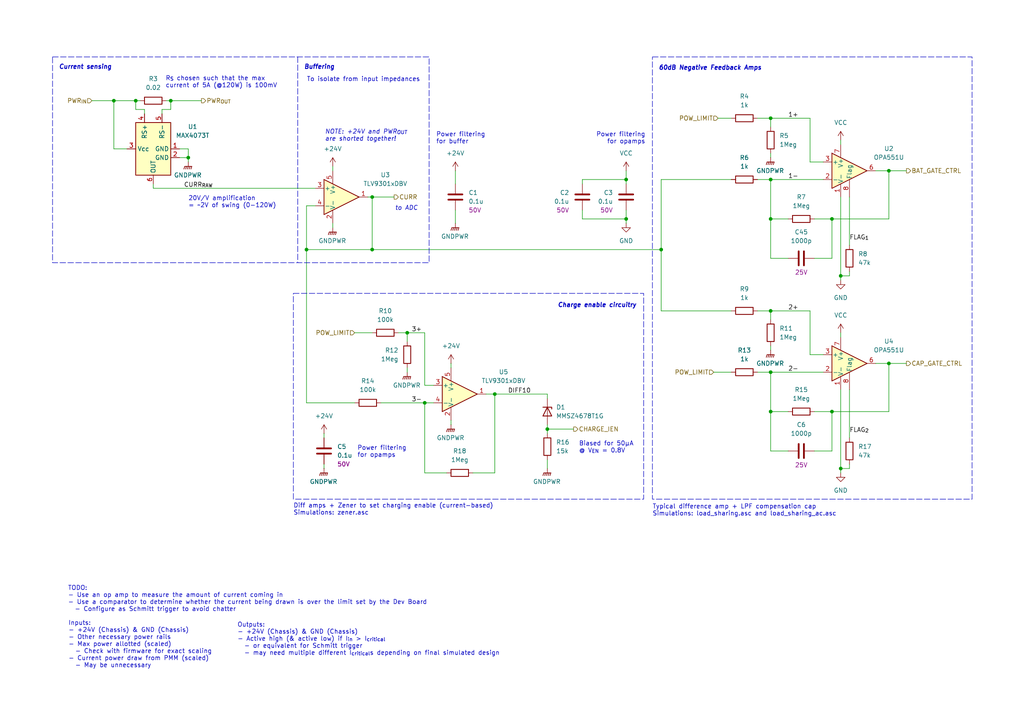
<source format=kicad_sch>
(kicad_sch (version 20250114) (generator "eeschema") (generator_version "9.0")
  (paper "A4")
  (title_block (title "Current Sensing") (date "2025-05-23") (rev "1") (company "UT Robomaster") (comment 1 "Robomaster"))
  (lib_symbols
    (symbol "Amplifier_Current:MAX4080T"
      (property "Reference" "U4" (at -6.4202 -11.43 90))
      (property "Value" "MAX4073T" (at -3.8802 -11.43 90))
      (symbol "MAX4080T_0_1"
        (rectangle (start -7.62 5.08) (end 7.62 -5.08) (stroke (width 0.254)) (fill (type background)))
      )
      (symbol "MAX4080T_1_1"
        (pin input line (at -10.16 2.54 0) (length 2.54) (name "RS+") (number "4"))
        (pin input line (at -10.16 -2.54 0) (length 2.54) (name "RS-") (number "5"))
        (pin power_in line (at 0 7.62 270) (length 2.54) (name "Vcc") (number "3"))
        (pin power_in line (at 0 -7.62 90) (length 2.54) (name "GND") (number "1"))
        (pin power_in line (at 2.54 -7.62 90) (length 2.54) (name "GND") (number "2"))
        (pin output line (at 10.16 0 180) (length 2.54) (name "OUT") (number "6"))
      )
    )
    (symbol "Amplifier_Operational:OPA551U" (pin_names (offset 0.127))
      (property "Reference" "U" (at 5.08 7.62 0))
      (property "Value" "OPA551U" (at 5.08 5.08 0))
      (symbol "OPA551U_1_1"
        (polyline (pts (xy -5.08 5.08) (xy 5.08 0) (xy -5.08 -5.08) (xy -5.08 5.08)) (stroke (width 0.254)) (fill (type background)))
        (pin input line (at -7.62 2.54 0) (length 2.54) (name "+") (number "3"))
        (pin input line (at -7.62 -2.54 0) (length 2.54) (name "-") (number "2"))
        (pin power_in line (at -2.54 7.62 270) (length 3.81) (name "V+") (number "7"))
        (pin power_in line (at -2.54 -7.62 90) (length 3.81) (name "V-") (number "1"))
        (pin passive line (at -2.54 -7.62 90) (length 3.81) (hide yes) (name "V-") (number "4"))
        (pin passive line (at -2.54 -7.62 90) (length 3.81) (hide yes) (name "V-") (number "5"))
        (pin output line (at 0 -7.62 90) (length 5.08) (name "Flag") (number "8"))
        (pin output line (at 7.62 0 180) (length 2.54) (name "~") (number "6"))
      )
    )
    (symbol "Amplifier_Operational:TLV9301xDBV" (pin_names (offset 0.127))
      (property "Reference" "U" (at -1.27 6.35 0))
      (property "Value" "TLV9301xDBV" (at -1.27 3.81 0))
      (symbol "TLV9301xDBV_0_1"
        (polyline (pts (xy -5.08 5.08) (xy 5.08 0) (xy -5.08 -5.08) (xy -5.08 5.08)) (stroke (width 0.254)) (fill (type background)))
        (pin power_in line (at -2.54 7.62 270) (length 3.81) (name "V+") (number "5"))
        (pin power_in line (at -2.54 -7.62 90) (length 3.81) (name "V-") (number "2"))
      )
      (symbol "TLV9301xDBV_1_1"
        (pin input line (at -7.62 2.54 0) (length 2.54) (name "+") (number "3"))
        (pin input line (at -7.62 -2.54 0) (length 2.54) (name "-") (number "4"))
        (pin output line (at 7.62 0 180) (length 2.54) (name "~") (number "1"))
      )
    )
    (symbol "Device:C" (pin_numbers (hide yes)) (pin_names (offset 0.254))
      (property "Reference" "C" (at 0.635 2.54 0))
      (property "Value" "C" (at 0.635 -2.54 0))
      (symbol "C_0_1"
        (polyline (pts (xy -2.032 0.762) (xy 2.032 0.762)) (stroke (width 0.508)))
        (polyline (pts (xy -2.032 -0.762) (xy 2.032 -0.762)) (stroke (width 0.508)))
      )
      (symbol "C_1_1"
        (pin passive line (at 0 3.81 270) (length 2.794) (name "~") (number "1"))
        (pin passive line (at 0 -3.81 90) (length 2.794) (name "~") (number "2"))
      )
    )
    (symbol "Device:D_Zener" (pin_numbers (hide yes)) (pin_names (offset 1.016) (hide yes))
      (property "Reference" "D" (at 0 2.54 0))
      (property "Value" "D_Zener" (at 0 -2.54 0))
      (symbol "D_Zener_0_1"
        (polyline (pts (xy -1.27 -1.27) (xy -1.27 1.27) (xy -0.762 1.27)) (stroke (width 0.254)))
        (polyline (pts (xy 1.27 0) (xy -1.27 0)))
        (polyline (pts (xy 1.27 -1.27) (xy 1.27 1.27) (xy -1.27 0) (xy 1.27 -1.27)) (stroke (width 0.254)))
      )
      (symbol "D_Zener_1_1"
        (pin passive line (at -3.81 0 0) (length 2.54) (name "K") (number "1"))
        (pin passive line (at 3.81 0 180) (length 2.54) (name "A") (number "2"))
      )
    )
    (symbol "Device:R" (pin_numbers (hide yes)) (pin_names (offset 0))
      (property "Reference" "R" (at 2.032 0 90))
      (property "Value" "R" (at 0 0 90))
      (symbol "R_0_1"
        (rectangle (start -1.016 -2.54) (end 1.016 2.54) (stroke (width 0.254)))
      )
      (symbol "R_1_1"
        (pin passive line (at 0 3.81 270) (length 1.27) (name "~") (number "1"))
        (pin passive line (at 0 -3.81 90) (length 1.27) (name "~") (number "2"))
      )
    )
    (symbol "Robomaster_IC:TS3902" (pin_names (offset 0.127))
      (property "Reference" "U" (at 3.81 3.81 0))
      (property "Value" "TS3702" (at 6.35 -3.81 0))
      (symbol "TS3902_1_1"
        (polyline (pts (xy -5.08 5.08) (xy 5.08 0) (xy -5.08 -5.08) (xy -5.08 5.08)) (stroke (width 0.254)) (fill (type background)))
        (polyline (pts (xy 3.302 -0.508) (xy 2.794 -0.508) (xy 3.302 0) (xy 2.794 0.508) (xy 2.286 0) (xy 2.794 -0.508) (xy 2.286 -0.508)) (stroke (width 0.127)))
        (pin input line (at -7.62 2.54 0) (length 2.54) (name "+") (number "3"))
        (pin input line (at -7.62 -2.54 0) (length 2.54) (name "-") (number "2"))
        (pin open_collector line (at 7.62 0 180) (length 2.54) (name "~") (number "1"))
      )
      (symbol "TS3902_2_1"
        (polyline (pts (xy -5.08 5.08) (xy 5.08 0) (xy -5.08 -5.08) (xy -5.08 5.08)) (stroke (width 0.254)) (fill (type background)))
        (polyline (pts (xy 3.302 -0.508) (xy 2.794 -0.508) (xy 3.302 0) (xy 2.794 0.508) (xy 2.286 0) (xy 2.794 -0.508) (xy 2.286 -0.508)) (stroke (width 0.127)))
        (pin input line (at -7.62 2.54 0) (length 2.54) (name "+") (number "5"))
        (pin input line (at -7.62 -2.54 0) (length 2.54) (name "-") (number "6"))
        (pin open_collector line (at 7.62 0 180) (length 2.54) (name "~") (number "7"))
      )
      (symbol "TS3902_3_1"
        (pin power_in line (at -2.54 7.62 270) (length 3.81) (name "V+") (number "8"))
        (pin power_in line (at -2.54 -7.62 90) (length 3.81) (name "V-") (number "4"))
      )
    )
    (symbol "power:+24V" (power) (pin_numbers (hide yes)) (pin_names (offset 0) (hide yes))
      (property "Value" "+24V" (at 0 3.556 0))
      (symbol "+24V_0_1"
        (polyline (pts (xy -0.762 1.27) (xy 0 2.54)))
        (polyline (pts (xy 0 2.54) (xy 0.762 1.27)))
        (polyline (pts (xy 0 0) (xy 0 2.54)))
      )
      (symbol "+24V_1_1"
        (pin power_in line (at 0 0 90) (length 0) (name "~") (number "1"))
      )
    )
    (symbol "power:GND" (power) (pin_numbers (hide yes)) (pin_names (offset 0) (hide yes))
      (property "Value" "GND" (at 0 -3.81 0))
      (symbol "GND_0_1"
        (polyline (pts (xy 0 0) (xy 0 -1.27) (xy 1.27 -1.27) (xy 0 -2.54) (xy -1.27 -1.27) (xy 0 -1.27)))
      )
      (symbol "GND_1_1"
        (pin power_in line (at 0 0 270) (length 0) (name "~") (number "1"))
      )
    )
    (symbol "power:GNDPWR" (power) (pin_numbers (hide yes)) (pin_names (offset 0) (hide yes))
      (property "Value" "GNDPWR" (at 0 -3.302 0))
      (symbol "GNDPWR_0_1"
        (polyline (pts (xy -1.016 -1.27) (xy -1.27 -2.032) (xy -1.27 -2.032)) (stroke (width 0.2032)))
        (polyline (pts (xy -0.508 -1.27) (xy -0.762 -2.032) (xy -0.762 -2.032)) (stroke (width 0.2032)))
        (polyline (pts (xy 0 -1.27) (xy 0 0)))
        (polyline (pts (xy 0 -1.27) (xy -0.254 -2.032) (xy -0.254 -2.032)) (stroke (width 0.2032)))
        (polyline (pts (xy 0.508 -1.27) (xy 0.254 -2.032) (xy 0.254 -2.032)) (stroke (width 0.2032)))
        (polyline (pts (xy 1.016 -1.27) (xy -1.016 -1.27) (xy -1.016 -1.27)) (stroke (width 0.2032)))
        (polyline (pts (xy 1.016 -1.27) (xy 0.762 -2.032) (xy 0.762 -2.032) (xy 0.762 -2.032)) (stroke (width 0.2032)))
      )
      (symbol "GNDPWR_1_1"
        (pin power_in line (at 0 0 270) (length 0) (name "~") (number "1"))
      )
    )
    (symbol "power:VCC" (power) (pin_numbers (hide yes)) (pin_names (offset 0) (hide yes))
      (property "Value" "VCC" (at 0 3.556 0))
      (symbol "VCC_0_1"
        (polyline (pts (xy -0.762 1.27) (xy 0 2.54)))
        (polyline (pts (xy 0 2.54) (xy 0.762 1.27)))
        (polyline (pts (xy 0 0) (xy 0 2.54)))
      )
      (symbol "VCC_1_1"
        (pin power_in line (at 0 0 90) (length 0) (name "~") (number "1"))
      )
    )
  )
  (rectangle (start 85.09 85.09) (end 186.69 144.78) (stroke (width 0) (type dash)))
  (rectangle (start 189.23 16.51) (end 281.94 144.78) (stroke (width 0) (type dash)))
  (rectangle (start 15.24 16.51) (end 124.46 76.2) (stroke (width 0) (type dash)))
  (text "Inputs:\n- +24V (Chassis) & GND (Chassis)\n- Other necessary power rails\n- Max power allotted (scaled)\n  - Check with firmware for exact scaling\n- Current power draw from PMM (scaled)\n  - May be unnecessary" (at 19.812 180.086 0) (effects (font (size 1.27 1.27)) (justify left top)))
  (text "Power filtering\nfor buffer" (at 126.492 40.132 0) (effects (font (size 1.27 1.27)) (justify left)))
  (text "Power filtering\nfor opamps" (at 187.198 40.132 0) (effects (font (size 1.27 1.27)) (justify right)))
  (text "Biased for 50µA\n@ V_{EN} = 0.8V" (at 167.894 129.794 0) (effects (font (size 1.27 1.27)) (justify left)))
  (text "60dB Negative Feedback Amps" (at 191.008 19.05 0) (effects (font (size 1.27 1.27) (thickness 0.254) (bold yes) (italic yes)) (justify left top)))
  (text "20V/V amplification\n= ~2V of swing (0-120W)" (at 54.61 56.896 0) (effects (font (size 1.27 1.27)) (justify left top)))
  (text "Typical difference amp + LPF compensation cap\nSimulations: load_sharing.asc and load_sharing_ac.asc" (at 189.23 146.304 0) (effects (font (size 1.27 1.27) (thickness 0.1588)) (justify left top)))
  (text "Diff amps + Zener to set charging enable (current-based)\nSimulations: zener.asc" (at 85.09 146.05 0) (effects (font (size 1.27 1.27) (thickness 0.1588)) (justify left top)))
  (text "Outputs:\n- +24V (Chassis) & GND (Chassis)\n- Active high (& active low) if I_{in} > I_{critical}\n  - or equivalent for Schmitt trigger\n  - may need multiple different I_{critical}s depending on final simulated design" (at 68.834 180.594 0) (effects (font (size 1.27 1.27)) (justify left top)))
  (text "R_{S} chosen such that the max\ncurrent of 5A (@120W) is 100mV" (at 48.006 23.876 0) (effects (font (size 1.27 1.27)) (justify left)))
  (text "TODO:\n- Use an op amp to measure the amount of current coming in\n- Use a comparator to determine whether the current being drawn is over the limit set by the Dev Board\n  - Configure as Schmitt trigger to avoid chatter" (at 19.685 169.926 0) (effects (font (size 1.27 1.27)) (justify left top)))
  (text "NOTE: +24V and PWR_{OUT}\nare shorted together!" (at 94.234 39.37 0) (effects (font (size 1.27 1.27) (italic yes)) (justify left)))
  (text "To isolate from input impedances" (at 105.41 22.352 0) (effects (font (size 1.27 1.27) (thickness 0.1588)) (justify top)))
  (text "Charge enable circuitry" (at 184.658 87.884 0) (effects (font (size 1.27 1.27) (thickness 0.254) (bold yes) (italic yes)) (justify right top)))
  (text "Power filtering\nfor opamps" (at 103.632 131.064 0) (effects (font (size 1.27 1.27)) (justify left)))
  (text "to ADC" (at 114.554 60.452 0) (effects (font (size 1.27 1.27) (italic yes)) (justify left)))
  (text "Buffering" (at 88.138 18.796 0) (effects (font (size 1.27 1.27) (thickness 0.254) (bold yes) (italic yes)) (justify left top)))
  (text "Current sensing" (at 17.018 18.796 0) (effects (font (size 1.27 1.27) (thickness 0.254) (bold yes) (italic yes)) (justify left top)))
  (junction (at 223.52 90.17))
  (junction (at 181.61 52.07))
  (junction (at 223.52 52.07))
  (junction (at 241.3 119.38))
  (junction (at 107.95 72.39))
  (junction (at 88.9 72.39))
  (junction (at 223.52 107.95))
  (junction (at 54.61 45.72))
  (junction (at 143.51 114.3))
  (junction (at 191.77 72.39))
  (junction (at 223.52 34.29))
  (junction (at 257.81 49.53))
  (junction (at 33.02 29.21))
  (junction (at 223.52 119.38))
  (junction (at 243.84 135.89))
  (junction (at 257.81 105.41))
  (junction (at 223.52 63.5))
  (junction (at 181.61 63.5))
  (junction (at 49.53 29.21))
  (junction (at 243.84 80.01))
  (junction (at 158.75 124.46))
  (junction (at 118.11 96.52))
  (junction (at 241.3 63.5))
  (junction (at 39.37 29.21))
  (junction (at 107.95 57.15))
  (junction (at 123.19 116.84))
  (wire (pts (xy 88.9 72.39) (xy 107.95 72.39)))
  (wire (pts (xy 107.95 72.39) (xy 191.77 72.39)))
  (wire (pts (xy 223.52 90.17) (xy 234.95 90.17)))
  (wire (pts (xy 46.99 33.02) (xy 46.99 31.75)))
  (wire (pts (xy 39.37 31.75) (xy 39.37 29.21)))
  (wire (pts (xy 96.52 64.77) (xy 96.52 66.04)))
  (wire (pts (xy 52.07 45.72) (xy 54.61 45.72)))
  (wire (pts (xy 44.45 53.34) (xy 44.45 54.61)))
  (wire (pts (xy 33.02 29.21) (xy 33.02 43.18)))
  (wire (pts (xy 234.95 34.29) (xy 234.95 46.99)))
  (polyline (pts (xy 86.36 16.51) (xy 86.36 76.2)) (stroke (width 0) (type dash)))
  (wire (pts (xy 243.84 96.52) (xy 243.84 97.79)))
  (wire (pts (xy 49.53 29.21) (xy 49.53 31.75)))
  (wire (pts (xy 88.9 116.84) (xy 102.87 116.84)))
  (wire (pts (xy 181.61 52.07) (xy 181.61 53.34)))
  (wire (pts (xy 54.61 45.72) (xy 54.61 46.99)))
  (wire (pts (xy 257.81 119.38) (xy 257.81 105.41)))
  (wire (pts (xy 257.81 49.53) (xy 254 49.53)))
  (wire (pts (xy 49.53 29.21) (xy 58.42 29.21)))
  (wire (pts (xy 219.71 107.95) (xy 223.52 107.95)))
  (wire (pts (xy 143.51 114.3) (xy 140.97 114.3)))
  (wire (pts (xy 123.19 96.52) (xy 123.19 111.76)))
  (wire (pts (xy 158.75 123.19) (xy 158.75 124.46)))
  (wire (pts (xy 123.19 116.84) (xy 125.73 116.84)))
  (wire (pts (xy 241.3 119.38) (xy 257.81 119.38)))
  (wire (pts (xy 223.52 74.93) (xy 223.52 63.5)))
  (wire (pts (xy 257.81 49.53) (xy 262.89 49.53)))
  (wire (pts (xy 181.61 52.07) (xy 168.91 52.07)))
  (wire (pts (xy 36.83 43.18) (xy 33.02 43.18)))
  (wire (pts (xy 246.38 57.15) (xy 246.38 71.12)))
  (wire (pts (xy 41.91 31.75) (xy 39.37 31.75)))
  (wire (pts (xy 228.6 130.81) (xy 223.52 130.81)))
  (wire (pts (xy 44.45 54.61) (xy 91.44 54.61)))
  (wire (pts (xy 102.87 96.52) (xy 107.95 96.52)))
  (wire (pts (xy 241.3 74.93) (xy 241.3 63.5)))
  (wire (pts (xy 234.95 90.17) (xy 234.95 102.87)))
  (wire (pts (xy 234.95 46.99) (xy 238.76 46.99)))
  (wire (pts (xy 241.3 130.81) (xy 241.3 119.38)))
  (wire (pts (xy 143.51 137.16) (xy 143.51 114.3)))
  (wire (pts (xy 168.91 52.07) (xy 168.91 53.34)))
  (wire (pts (xy 132.08 60.96) (xy 132.08 64.77)))
  (wire (pts (xy 223.52 107.95) (xy 238.76 107.95)))
  (wire (pts (xy 223.52 119.38) (xy 223.52 107.95)))
  (wire (pts (xy 118.11 106.68) (xy 118.11 107.95)))
  (wire (pts (xy 246.38 135.89) (xy 243.84 135.89)))
  (wire (pts (xy 223.52 44.45) (xy 223.52 45.72)))
  (wire (pts (xy 181.61 60.96) (xy 181.61 63.5)))
  (wire (pts (xy 246.38 134.62) (xy 246.38 135.89)))
  (wire (pts (xy 243.84 40.64) (xy 243.84 41.91)))
  (wire (pts (xy 241.3 63.5) (xy 257.81 63.5)))
  (wire (pts (xy 123.19 137.16) (xy 129.54 137.16)))
  (wire (pts (xy 107.95 57.15) (xy 106.68 57.15)))
  (wire (pts (xy 137.16 137.16) (xy 143.51 137.16)))
  (wire (pts (xy 223.52 34.29) (xy 223.52 36.83)))
  (wire (pts (xy 243.84 135.89) (xy 243.84 137.16)))
  (wire (pts (xy 26.67 29.21) (xy 33.02 29.21)))
  (wire (pts (xy 107.95 57.15) (xy 114.3 57.15)))
  (wire (pts (xy 223.52 119.38) (xy 228.6 119.38)))
  (wire (pts (xy 246.38 113.03) (xy 246.38 127)))
  (wire (pts (xy 208.28 34.29) (xy 212.09 34.29)))
  (wire (pts (xy 234.95 102.87) (xy 238.76 102.87)))
  (wire (pts (xy 107.95 72.39) (xy 107.95 57.15)))
  (wire (pts (xy 241.3 63.5) (xy 236.22 63.5)))
  (wire (pts (xy 33.02 29.21) (xy 39.37 29.21)))
  (wire (pts (xy 41.91 33.02) (xy 41.91 31.75)))
  (wire (pts (xy 143.51 114.3) (xy 158.75 114.3)))
  (wire (pts (xy 118.11 96.52) (xy 123.19 96.52)))
  (wire (pts (xy 191.77 90.17) (xy 212.09 90.17)))
  (wire (pts (xy 181.61 63.5) (xy 181.61 64.77)))
  (wire (pts (xy 168.91 63.5) (xy 181.61 63.5)))
  (wire (pts (xy 236.22 130.81) (xy 241.3 130.81)))
  (wire (pts (xy 48.26 29.21) (xy 49.53 29.21)))
  (wire (pts (xy 243.84 80.01) (xy 243.84 57.15)))
  (wire (pts (xy 158.75 114.3) (xy 158.75 115.57)))
  (wire (pts (xy 223.52 34.29) (xy 234.95 34.29)))
  (wire (pts (xy 219.71 34.29) (xy 223.52 34.29)))
  (wire (pts (xy 88.9 116.84) (xy 88.9 72.39)))
  (wire (pts (xy 223.52 130.81) (xy 223.52 119.38)))
  (wire (pts (xy 257.81 105.41) (xy 254 105.41)))
  (wire (pts (xy 115.57 96.52) (xy 118.11 96.52)))
  (wire (pts (xy 39.37 29.21) (xy 40.64 29.21)))
  (wire (pts (xy 88.9 59.69) (xy 88.9 72.39)))
  (wire (pts (xy 257.81 63.5) (xy 257.81 49.53)))
  (wire (pts (xy 130.81 105.41) (xy 130.81 106.68)))
  (wire (pts (xy 228.6 74.93) (xy 223.52 74.93)))
  (wire (pts (xy 130.81 121.92) (xy 130.81 123.19)))
  (wire (pts (xy 52.07 43.18) (xy 54.61 43.18)))
  (wire (pts (xy 132.08 49.53) (xy 132.08 53.34)))
  (wire (pts (xy 223.52 100.33) (xy 223.52 101.6)))
  (wire (pts (xy 219.71 52.07) (xy 223.52 52.07)))
  (wire (pts (xy 223.52 90.17) (xy 223.52 92.71)))
  (wire (pts (xy 158.75 133.35) (xy 158.75 135.89)))
  (wire (pts (xy 243.84 135.89) (xy 243.84 113.03)))
  (wire (pts (xy 191.77 72.39) (xy 191.77 90.17)))
  (wire (pts (xy 219.71 90.17) (xy 223.52 90.17)))
  (wire (pts (xy 241.3 119.38) (xy 236.22 119.38)))
  (wire (pts (xy 93.98 125.73) (xy 93.98 127)))
  (wire (pts (xy 158.75 124.46) (xy 166.37 124.46)))
  (wire (pts (xy 223.52 52.07) (xy 238.76 52.07)))
  (wire (pts (xy 243.84 80.01) (xy 243.84 81.28)))
  (wire (pts (xy 212.09 52.07) (xy 191.77 52.07)))
  (wire (pts (xy 123.19 111.76) (xy 125.73 111.76)))
  (wire (pts (xy 246.38 80.01) (xy 243.84 80.01)))
  (wire (pts (xy 236.22 74.93) (xy 241.3 74.93)))
  (wire (pts (xy 54.61 43.18) (xy 54.61 45.72)))
  (wire (pts (xy 246.38 78.74) (xy 246.38 80.01)))
  (wire (pts (xy 191.77 52.07) (xy 191.77 72.39)))
  (wire (pts (xy 168.91 60.96) (xy 168.91 63.5)))
  (wire (pts (xy 257.81 105.41) (xy 262.89 105.41)))
  (wire (pts (xy 207.01 107.95) (xy 212.09 107.95)))
  (wire (pts (xy 93.98 134.62) (xy 93.98 135.89)))
  (wire (pts (xy 96.52 48.26) (xy 96.52 49.53)))
  (wire (pts (xy 181.61 49.53) (xy 181.61 52.07)))
  (wire (pts (xy 46.99 31.75) (xy 49.53 31.75)))
  (wire (pts (xy 158.75 124.46) (xy 158.75 125.73)))
  (wire (pts (xy 110.49 116.84) (xy 123.19 116.84)))
  (wire (pts (xy 223.52 63.5) (xy 228.6 63.5)))
  (wire (pts (xy 223.52 63.5) (xy 223.52 52.07)))
  (wire (pts (xy 91.44 59.69) (xy 88.9 59.69)))
  (wire (pts (xy 118.11 96.52) (xy 118.11 99.06)))
  (wire (pts (xy 123.19 116.84) (xy 123.19 137.16)))
  (label "FLAG_{1}" (at 246.38 69.85 0))
  (label "3+" (at 119.38 96.52 0))
  (label "2-" (at 228.6 107.95 0))
  (label "3-" (at 119.38 116.84 0))
  (label "DIFF10" (at 147.32 114.3 0))
  (label "CURR_{RAW}" (at 53.34 54.61 0))
  (label "1+" (at 228.6 34.29 0))
  (label "1-" (at 228.6 52.07 0))
  (label "FLAG_{2}" (at 246.38 125.73 0))
  (label "2+" (at 228.6 90.17 0))
  (hierarchical_label "POW_LIMIT" (shape input) (at 207.01 107.95 180) (effects (font (thickness 0.1588))))
  (hierarchical_label "POW_LIMIT" (shape input) (at 208.28 34.29 180) (effects (font (thickness 0.1588))))
  (hierarchical_label "CURR" (shape output) (at 114.3 57.15 0))
  (hierarchical_label "PWR_{OUT}" (shape output) (at 58.42 29.21 0))
  (hierarchical_label "BAT_GATE_CTRL" (shape output) (at 262.89 49.53 0))
  (hierarchical_label "PWR_{IN}" (shape input) (at 26.67 29.21 180))
  (hierarchical_label "CHARGE_IEN" (shape output) (at 166.37 124.46 0))
  (hierarchical_label "POW_LIMIT" (shape input) (at 102.87 96.52 180) (effects (font (thickness 0.1588))))
  (hierarchical_label "CAP_GATE_CTRL" (shape output) (at 262.89 105.41 0))
  (symbol (lib_id "power:+24V") (at 96.52 48.26 0) (unit 1)
    (property "Reference" "#PWR019" (effects (hide yes)))
    (property "Value" "+24V" (at 96.52 43.18 0))
    (property "Description" "Power symbol creates a global label with name \"+24V\"" (effects (hide yes)))
    (instances (project "SupercapManager" (path "" (reference "#PWR019") (unit 1))) (project "" (path "" (reference "#PWR01") (unit 1))) (project "SupercapManager" (path "" (reference "#PWR019") (unit 1))))
  )
  (symbol (lib_id "Device:R") (at 44.45 29.21 90) (unit 1)
    (property "Reference" "R3" (at 44.45 22.86 90))
    (property "Value" "0.02" (at 44.45 25.4 90))
    (property "Footprint" "Resistor_SMD:R_0805_2012Metric_Pad1.20x1.40mm_HandSolder" (effects (hide yes)))
    (property "Description" "Resistor" (effects (hide yes)))
    (property "Mouser Part Number" "504-MFSA0805R0200FIM" (effects (hide yes)))
    (instances (project "SupercapManager" (path "" (reference "R3") (unit 1))) (project "Current Sense Rev1" (path "" (reference "R1") (unit 1))) (project "SupercapManager" (path "" (reference "R3") (unit 1))))
  )
  (symbol (lib_id "Device:R") (at 223.52 40.64 180) (unit 1)
    (property "Reference" "R5" (at 226.06 39.3699 0) (effects (justify right)))
    (property "Value" "1Meg" (at 226.06 41.9099 0) (effects (justify right)))
    (property "Footprint" "Resistor_SMD:R_0603_1608Metric_Pad0.98x0.95mm_HandSolder" (effects (hide yes)))
    (property "Datasheet" "https://www.mouser.com/datasheet/2/447/PYu_RC_Group_51_RoHS_L_11-1984063.pdf" (effects (hide yes)))
    (property "Description" "Resistor" (effects (hide yes)))
    (property "Mouser Part Number" "603-RC0603FR-071MP" (effects (hide yes)))
  )
  (symbol (lib_id "Device:R") (at 158.75 129.54 180) (unit 1)
    (property "Reference" "R16" (at 161.29 128.2699 0) (effects (justify right)))
    (property "Value" "15k" (at 161.29 130.8099 0) (effects (justify right)))
    (property "Footprint" "Resistor_SMD:R_0603_1608Metric_Pad0.98x0.95mm_HandSolder" (effects (hide yes)))
    (property "Description" "Resistor" (effects (hide yes)))
    (property "Mouser Part Number" "603-RT0603FRE1315KL" (effects (hide yes)))
  )
  (symbol (lib_id "Device:R") (at 118.11 102.87 0) (mirror x) (unit 1)
    (property "Reference" "R12" (at 115.57 101.5999 0) (effects (justify right)))
    (property "Value" "1Meg" (at 115.57 104.1399 0) (effects (justify right)))
    (property "Footprint" "Resistor_SMD:R_0603_1608Metric_Pad0.98x0.95mm_HandSolder" (effects (hide yes)))
    (property "Datasheet" "https://www.mouser.com/datasheet/2/447/PYu_RC_Group_51_RoHS_L_11-1984063.pdf" (effects (hide yes)))
    (property "Description" "Resistor" (effects (hide yes)))
    (property "Mouser Part Number" "603-RC0603FR-071MP" (effects (hide yes)))
  )
  (symbol (lib_id "power:GNDPWR") (at 158.75 135.89 0) (unit 1)
    (property "Reference" "#PWR033" (effects (hide yes)))
    (property "Value" "GNDPWR" (at 158.623 139.7 0))
    (property "Description" "Power symbol creates a global label with name \"GNDPWR\" , global ground" (effects (hide yes)))
  )
  (symbol (lib_id "Device:R") (at 111.76 96.52 90) (unit 1)
    (property "Reference" "R10" (at 111.76 90.17 90))
    (property "Value" "100k" (at 111.76 92.71 90))
    (property "Footprint" "Resistor_SMD:R_0603_1608Metric_Pad0.98x0.95mm_HandSolder" (effects (hide yes)))
    (property "Description" "Resistor" (effects (hide yes)))
    (property "Mouser Part Number" "660-RN73H1JTD1003D25" (effects (hide yes)))
  )
  (symbol (lib_id "Device:R") (at 215.9 52.07 90) (unit 1)
    (property "Reference" "R6" (at 215.9 45.72 90))
    (property "Value" "1k" (at 215.9 48.26 90))
    (property "Footprint" "Resistor_SMD:R_0603_1608Metric_Pad0.98x0.95mm_HandSolder" (effects (hide yes)))
    (property "Datasheet" "https://www.rohm.com/datasheet?p=ESR03EZPJ&dist=Mouser&media=referral&source=mouser.com&campaign=Mouser" (effects (hide yes)))
    (property "Description" "Resistor" (effects (hide yes)))
    (property "Mouser Part Number" "660-RN73R1JTD1001F50" (effects (hide yes)))
  )
  (symbol (lib_id "power:GNDPWR") (at 132.08 64.77 0) (unit 1)
    (property "Reference" "#PWR022" (effects (hide yes)))
    (property "Value" "GNDPWR" (at 131.953 68.58 0))
    (property "Description" "Power symbol creates a global label with name \"GNDPWR\" , global ground" (effects (hide yes)))
  )
  (symbol (lib_id "power:GNDPWR") (at 118.11 107.95 0) (unit 1)
    (property "Reference" "#PWR029" (effects (hide yes)))
    (property "Value" "GNDPWR" (at 117.983 111.76 0))
    (property "Description" "Power symbol creates a global label with name \"GNDPWR\" , global ground" (effects (hide yes)))
  )
  (symbol (lib_id "power:GNDPWR") (at 223.52 101.6 0) (unit 1)
    (property "Reference" "#PWR027" (effects (hide yes)))
    (property "Value" "GNDPWR" (at 223.393 105.41 0))
    (property "Description" "Power symbol creates a global label with name \"GNDPWR\" , global ground" (effects (hide yes)))
  )
  (symbol (lib_id "power:GNDPWR") (at 54.61 46.99 0) (unit 1)
    (property "Reference" "#PWR018" (effects (hide yes)))
    (property "Value" "GNDPWR" (at 54.483 50.8 0))
    (property "Description" "Power symbol creates a global label with name \"GNDPWR\" , global ground" (effects (hide yes)))
  )
  (symbol (lib_id "power:GND") (at 181.61 64.77 0) (mirror y) (unit 1)
    (property "Reference" "#PWR023" (effects (hide yes)))
    (property "Value" "GND" (at 181.61 69.85 0))
    (property "Description" "Power symbol creates a global label with name \"GND\" , ground" (effects (hide yes)))
  )
  (symbol (lib_id "power:GNDPWR") (at 223.52 45.72 0) (unit 1)
    (property "Reference" "#PWR017" (effects (hide yes)))
    (property "Value" "GNDPWR" (at 223.393 49.53 0))
    (property "Description" "Power symbol creates a global label with name \"GNDPWR\" , global ground" (effects (hide yes)))
  )
  (symbol (lib_id "Device:R") (at 246.38 130.81 0) (unit 1)
    (property "Reference" "R17" (at 248.92 129.5399 0) (effects (justify left)))
    (property "Value" "47k" (at 248.92 132.0799 0) (effects (justify left)))
    (property "Footprint" "Resistor_SMD:R_0603_1608Metric_Pad0.98x0.95mm_HandSolder" (effects (hide yes)))
    (property "Description" "Resistor" (effects (hide yes)))
    (property "Mouser Part Number" "603-RC0603FR-1047KL" (effects (hide yes)))
  )
  (symbol (lib_id "Amplifier_Current:MAX4080T") (at 44.45 43.18 90) (mirror x) (unit 1)
    (property "Reference" "U1" (at 55.88 36.7598 90))
    (property "Value" "MAX4073T" (at 55.88 39.2998 90))
    (property "Footprint" "Package_TO_SOT_SMD:SOT-23-6_Handsoldering" (effects (hide yes)))
    (property "Datasheet" "https://www.mouser.com/datasheet/2/609/MAX4073_MAX4073T-3469934.pdf" (effects (hide yes)))
    (property "Description" "Low-Cost, SC70, Voltage-Output, High-Side Current-Sense Amplifier" (effects (hide yes)))
    (property "Mouser Part Number" "700-MAX4073TAUT+T" (effects (hide yes)))
  )
  (symbol (lib_id "Device:C") (at 168.91 57.15 0) (mirror y) (unit 1)
    (property "Reference" "C2" (at 165.1 55.8799 0) (effects (justify left)))
    (property "Value" "0.1u" (at 165.1 58.4199 0) (effects (justify left)))
    (property "Footprint" "Capacitor_SMD:C_0603_1608Metric_Pad1.08x0.95mm_HandSolder" (effects (hide yes)))
    (property "Datasheet" "https://www.mouser.com/datasheet/2/40/KGM_X7R-3223212.pdf" (effects (hide yes)))
    (property "Description" "Unpolarized capacitor" (effects (hide yes)))
    (property "Mouser Part Number" "581-KGM15BR71H104JT" (effects (hide yes)))
    (property "Voltage Rating" "50V" (at 165.1 60.96 0) (effects (justify left)))
  )
  (symbol (lib_id "power:VCC") (at 181.61 49.53 0) (mirror y) (unit 1)
    (property "Reference" "#PWR021" (effects (hide yes)))
    (property "Value" "VCC" (at 181.61 44.45 0))
    (property "Description" "Power symbol creates a global label with name \"VCC\"" (effects (hide yes)))
  )
  (symbol (lib_id "power:+24V") (at 132.08 49.53 0) (unit 1)
    (property "Reference" "#PWR020" (effects (hide yes)))
    (property "Value" "+24V" (at 132.08 44.45 0))
    (property "Description" "Power symbol creates a global label with name \"+24V\"" (effects (hide yes)))
  )
  (symbol (lib_id "Amplifier_Operational:OPA551U") (at 246.38 49.53 0) (unit 1)
    (property "Reference" "U2" (at 257.81 43.1098 0))
    (property "Value" "OPA551U" (at 257.81 45.6498 0))
    (property "Footprint" "Package_SO:SOIC-8_3.9x4.9mm_P1.27mm" (effects (hide yes)))
    (property "Datasheet" "http://www.ti.com/lit/ds/symlink/opa551.pdf" (effects (hide yes)))
    (property "Description" "High-Voltage High-Current Operational Amplifier, bandwidth 3MHz, slew-rate 15V/us, SOIC-8" (effects (hide yes)))
    (property "Mouser Part Number" "595-OPA551UA" (effects (hide yes)))
  )
  (symbol (lib_id "Device:R") (at 215.9 107.95 90) (unit 1)
    (property "Reference" "R13" (at 215.9 101.6 90))
    (property "Value" "1k" (at 215.9 104.14 90))
    (property "Footprint" "Resistor_SMD:R_0603_1608Metric_Pad0.98x0.95mm_HandSolder" (effects (hide yes)))
    (property "Datasheet" "https://www.rohm.com/datasheet?p=ESR03EZPJ&dist=Mouser&media=referral&source=mouser.com&campaign=Mouser" (effects (hide yes)))
    (property "Description" "Resistor" (effects (hide yes)))
    (property "Mouser Part Number" "660-RN73R1JTD1001F50" (effects (hide yes)))
  )
  (symbol (lib_id "Amplifier_Operational:TLV9301xDBV") (at 133.35 114.3 0) (unit 1)
    (property "Reference" "U5" (at 146.05 107.8798 0))
    (property "Value" "TLV9301xDBV" (at 146.05 110.4198 0))
    (property "Footprint" "Package_TO_SOT_SMD:SOT-23-5_HandSoldering" (effects (hide yes)))
    (property "Datasheet" "https://www.ti.com/lit/ds/symlink/tlv9301.pdf" (effects (hide yes)))
    (property "Description" "40-V, 1-MHz, RRO Operational Amplifiers for Cost-Sensitive Systems, SOT-23-5" (effects (hide yes)))
    (property "Mouser Part Number" "595-TLV9301IDBVR" (effects (hide yes)))
  )
  (symbol (lib_id "Device:R") (at 246.38 74.93 0) (unit 1)
    (property "Reference" "R8" (at 248.92 73.6599 0) (effects (justify left)))
    (property "Value" "47k" (at 248.92 76.1999 0) (effects (justify left)))
    (property "Footprint" "Resistor_SMD:R_0603_1608Metric_Pad0.98x0.95mm_HandSolder" (effects (hide yes)))
    (property "Description" "Resistor" (effects (hide yes)))
    (property "Mouser Part Number" "603-RC0603FR-1047KL" (effects (hide yes)))
  )
  (symbol (lib_id "Amplifier_Operational:OPA551U") (at 246.38 105.41 0) (unit 1)
    (property "Reference" "U4" (at 257.81 98.9898 0))
    (property "Value" "OPA551U" (at 257.81 101.5298 0))
    (property "Footprint" "Package_SO:SOIC-8_3.9x4.9mm_P1.27mm" (effects (hide yes)))
    (property "Datasheet" "http://www.ti.com/lit/ds/symlink/opa551.pdf" (effects (hide yes)))
    (property "Description" "High-Voltage High-Current Operational Amplifier, bandwidth 3MHz, slew-rate 15V/us, SOIC-8" (effects (hide yes)))
    (property "Mouser Part Number" "595-OPA551UA" (effects (hide yes)))
  )
  (symbol (lib_id "Device:R") (at 232.41 63.5 90) (unit 1)
    (property "Reference" "R7" (at 232.41 57.15 90))
    (property "Value" "1Meg" (at 232.41 59.69 90))
    (property "Footprint" "Resistor_SMD:R_0603_1608Metric_Pad0.98x0.95mm_HandSolder" (effects (hide yes)))
    (property "Datasheet" "https://www.mouser.com/datasheet/2/447/PYu_RC_Group_51_RoHS_L_11-1984063.pdf" (effects (hide yes)))
    (property "Description" "Resistor" (effects (hide yes)))
    (property "Mouser Part Number" "603-RC0603FR-071MP" (effects (hide yes)))
  )
  (symbol (lib_id "power:+24V") (at 130.81 105.41 0) (unit 1)
    (property "Reference" "#PWR028" (effects (hide yes)))
    (property "Value" "+24V" (at 130.81 100.33 0))
    (property "Description" "Power symbol creates a global label with name \"+24V\"" (effects (hide yes)))
  )
  (symbol (lib_id "Device:R") (at 133.35 137.16 90) (unit 1)
    (property "Reference" "R18" (at 133.35 130.81 90))
    (property "Value" "1Meg" (at 133.35 133.35 90))
    (property "Footprint" "Resistor_SMD:R_0603_1608Metric_Pad0.98x0.95mm_HandSolder" (effects (hide yes)))
    (property "Datasheet" "https://www.mouser.com/datasheet/2/447/PYu_RC_Group_51_RoHS_L_11-1984063.pdf" (effects (hide yes)))
    (property "Description" "Resistor" (effects (hide yes)))
    (property "Mouser Part Number" "603-RC0603FR-071MP" (effects (hide yes)))
  )
  (symbol (lib_id "Device:D_Zener") (at 158.75 119.38 270) (unit 1)
    (property "Reference" "D1" (at 161.29 118.1099 90) (effects (justify left)))
    (property "Value" "MMSZ4678T1G" (at 161.29 120.6499 90) (effects (justify left)))
    (property "Footprint" "Diode_SMD:D_SOD-123" (effects (hide yes)))
    (property "Datasheet" "https://www.mouser.com/datasheet/2/308/1/MMSZ4678T1_D-2316153.pdf" (effects (hide yes)))
    (property "Description" "Zener diode" (effects (hide yes)))
    (property "Mouser Part Number" "863-MMSZ4678T1G" (effects (hide yes)))
  )
  (symbol (lib_id "Device:C") (at 232.41 130.81 90) (unit 1)
    (property "Reference" "C6" (at 232.41 123.19 90))
    (property "Value" "1000p" (at 232.41 125.73 90))
    (property "Footprint" "Capacitor_SMD:C_0603_1608Metric_Pad1.08x0.95mm_HandSolder" (effects (hide yes)))
    (property "Datasheet" "https://www.mouser.com/datasheet/2/210/WTC_MLCC_General_Purpose-1534899.pdf" (effects (hide yes)))
    (property "Description" "Unpolarized capacitor" (effects (hide yes)))
    (property "Mouser Part Number" "80-C0603C102J3G" (effects (hide yes)))
    (property "Voltage Rating" "25V" (at 232.41 134.874 90))
  )
  (symbol (lib_id "power:GND") (at 243.84 137.16 0) (unit 1)
    (property "Reference" "#PWR034" (effects (hide yes)))
    (property "Value" "GND" (at 243.84 142.24 0))
    (property "Description" "Power symbol creates a global label with name \"GND\" , ground" (effects (hide yes)))
  )
  (symbol (lib_id "Device:C") (at 93.98 130.81 0) (unit 1)
    (property "Reference" "C5" (at 97.79 129.5399 0) (effects (justify left)))
    (property "Value" "0.1u" (at 97.79 132.0799 0) (effects (justify left)))
    (property "Footprint" "Capacitor_SMD:C_0603_1608Metric_Pad1.08x0.95mm_HandSolder" (effects (hide yes)))
    (property "Datasheet" "https://www.mouser.com/datasheet/2/40/KGM_X7R-3223212.pdf" (effects (hide yes)))
    (property "Description" "Unpolarized capacitor" (effects (hide yes)))
    (property "Mouser Part Number" "581-KGM15BR71H104JT" (effects (hide yes)))
    (property "Voltage Rating" "50V" (at 97.79 134.62 0) (effects (justify left)))
  )
  (symbol (lib_id "Device:R") (at 215.9 90.17 90) (unit 1)
    (property "Reference" "R9" (at 215.9 83.82 90))
    (property "Value" "1k" (at 215.9 86.36 90))
    (property "Footprint" "Resistor_SMD:R_0603_1608Metric_Pad0.98x0.95mm_HandSolder" (effects (hide yes)))
    (property "Datasheet" "https://www.rohm.com/datasheet?p=ESR03EZPJ&dist=Mouser&media=referral&source=mouser.com&campaign=Mouser" (effects (hide yes)))
    (property "Description" "Resistor" (effects (hide yes)))
    (property "Mouser Part Number" "660-RN73R1JTD1001F50" (effects (hide yes)))
  )
  (symbol (lib_id "Device:R") (at 232.41 119.38 90) (unit 1)
    (property "Reference" "R15" (at 232.41 113.03 90))
    (property "Value" "1Meg" (at 232.41 115.57 90))
    (property "Footprint" "Resistor_SMD:R_0603_1608Metric_Pad0.98x0.95mm_HandSolder" (effects (hide yes)))
    (property "Datasheet" "https://www.mouser.com/datasheet/2/447/PYu_RC_Group_51_RoHS_L_11-1984063.pdf" (effects (hide yes)))
    (property "Description" "Resistor" (effects (hide yes)))
    (property "Mouser Part Number" "603-RC0603FR-071MP" (effects (hide yes)))
  )
  (symbol (lib_id "Device:C") (at 232.41 74.93 90) (unit 1)
    (property "Reference" "C45" (at 232.41 67.31 90))
    (property "Value" "1000p" (at 232.41 69.85 90))
    (property "Footprint" "Capacitor_SMD:C_0603_1608Metric_Pad1.08x0.95mm_HandSolder" (effects (hide yes)))
    (property "Datasheet" "https://www.mouser.com/datasheet/2/210/WTC_MLCC_General_Purpose-1534899.pdf" (effects (hide yes)))
    (property "Description" "Unpolarized capacitor" (effects (hide yes)))
    (property "Mouser Part Number" "80-C0603C102J3G" (effects (hide yes)))
    (property "Voltage Rating" "25V" (at 232.41 78.994 90))
  )
  (symbol (lib_id "power:GND") (at 243.84 81.28 0) (unit 1)
    (property "Reference" "#PWR025" (effects (hide yes)))
    (property "Value" "GND" (at 243.84 86.36 0))
    (property "Description" "Power symbol creates a global label with name \"GND\" , ground" (effects (hide yes)))
  )
  (symbol (lib_id "Device:C") (at 181.61 57.15 0) (mirror y) (unit 1)
    (property "Reference" "C3" (at 177.8 55.8799 0) (effects (justify left)))
    (property "Value" "0.1u" (at 177.8 58.4199 0) (effects (justify left)))
    (property "Footprint" "Capacitor_SMD:C_0603_1608Metric_Pad1.08x0.95mm_HandSolder" (effects (hide yes)))
    (property "Datasheet" "https://www.mouser.com/datasheet/2/40/KGM_X7R-3223212.pdf" (effects (hide yes)))
    (property "Description" "Unpolarized capacitor" (effects (hide yes)))
    (property "Mouser Part Number" "581-KGM15BR71H104JT" (effects (hide yes)))
    (property "Voltage Rating" "50V" (at 177.8 60.96 0) (effects (justify left)))
  )
  (symbol (lib_id "power:VCC") (at 243.84 40.64 0) (unit 1)
    (property "Reference" "#PWR016" (effects (hide yes)))
    (property "Value" "VCC" (at 243.84 35.56 0))
    (property "Description" "Power symbol creates a global label with name \"VCC\"" (effects (hide yes)))
  )
  (symbol (lib_id "power:GNDPWR") (at 130.81 123.19 0) (unit 1)
    (property "Reference" "#PWR030" (effects (hide yes)))
    (property "Value" "GNDPWR" (at 130.683 127 0))
    (property "Description" "Power symbol creates a global label with name \"GNDPWR\" , global ground" (effects (hide yes)))
  )
  (symbol (lib_id "power:VCC") (at 243.84 96.52 0) (unit 1)
    (property "Reference" "#PWR026" (effects (hide yes)))
    (property "Value" "VCC" (at 243.84 91.44 0))
    (property "Description" "Power symbol creates a global label with name \"VCC\"" (effects (hide yes)))
  )
  (symbol (lib_id "Device:R") (at 215.9 34.29 90) (unit 1)
    (property "Reference" "R4" (at 215.9 27.94 90))
    (property "Value" "1k" (at 215.9 30.48 90))
    (property "Footprint" "Resistor_SMD:R_0603_1608Metric_Pad0.98x0.95mm_HandSolder" (effects (hide yes)))
    (property "Datasheet" "https://www.rohm.com/datasheet?p=ESR03EZPJ&dist=Mouser&media=referral&source=mouser.com&campaign=Mouser" (effects (hide yes)))
    (property "Description" "Resistor" (effects (hide yes)))
    (property "Mouser Part Number" "660-RN73R1JTD1001F50" (effects (hide yes)))
  )
  (symbol (lib_id "power:GNDPWR") (at 93.98 135.89 0) (unit 1)
    (property "Reference" "#PWR032" (effects (hide yes)))
    (property "Value" "GNDPWR" (at 93.853 139.7 0))
    (property "Description" "Power symbol creates a global label with name \"GNDPWR\" , global ground" (effects (hide yes)))
  )
  (symbol (lib_id "Device:C") (at 132.08 57.15 0) (unit 1)
    (property "Reference" "C1" (at 135.89 55.8799 0) (effects (justify left)))
    (property "Value" "0.1u" (at 135.89 58.4199 0) (effects (justify left)))
    (property "Footprint" "Capacitor_SMD:C_0603_1608Metric_Pad1.08x0.95mm_HandSolder" (effects (hide yes)))
    (property "Datasheet" "https://www.mouser.com/datasheet/2/40/KGM_X7R-3223212.pdf" (effects (hide yes)))
    (property "Description" "Unpolarized capacitor" (effects (hide yes)))
    (property "Mouser Part Number" "581-KGM15BR71H104JT" (effects (hide yes)))
    (property "Voltage Rating" "50V" (at 135.89 60.96 0) (effects (justify left)))
  )
  (symbol (lib_id "Device:R") (at 106.68 116.84 90) (unit 1)
    (property "Reference" "R14" (at 106.68 110.49 90))
    (property "Value" "100k" (at 106.68 113.03 90))
    (property "Footprint" "Resistor_SMD:R_0603_1608Metric_Pad0.98x0.95mm_HandSolder" (effects (hide yes)))
    (property "Description" "Resistor" (effects (hide yes)))
    (property "Mouser Part Number" "660-RN73H1JTD1003D25" (effects (hide yes)))
  )
  (symbol (lib_id "Device:R") (at 223.52 96.52 180) (unit 1)
    (property "Reference" "R11" (at 226.06 95.2499 0) (effects (justify right)))
    (property "Value" "1Meg" (at 226.06 97.7899 0) (effects (justify right)))
    (property "Footprint" "Resistor_SMD:R_0603_1608Metric_Pad0.98x0.95mm_HandSolder" (effects (hide yes)))
    (property "Datasheet" "https://www.mouser.com/datasheet/2/447/PYu_RC_Group_51_RoHS_L_11-1984063.pdf" (effects (hide yes)))
    (property "Description" "Resistor" (effects (hide yes)))
    (property "Mouser Part Number" "603-RC0603FR-071MP" (effects (hide yes)))
  )
  (symbol (lib_id "Amplifier_Operational:TLV9301xDBV") (at 99.06 57.15 0) (unit 1)
    (property "Reference" "U3" (at 111.76 50.7298 0))
    (property "Value" "TLV9301xDBV" (at 111.76 53.2698 0))
    (property "Footprint" "Package_TO_SOT_SMD:SOT-23-5_HandSoldering" (effects (hide yes)))
    (property "Datasheet" "https://www.ti.com/lit/ds/symlink/tlv9301.pdf" (effects (hide yes)))
    (property "Description" "40-V, 1-MHz, RRO Operational Amplifiers for Cost-Sensitive Systems, SOT-23-5" (effects (hide yes)))
    (property "Mouser Part Number" "595-TLV9301IDBVR" (effects (hide yes)))
  )
  (symbol (lib_id "power:GNDPWR") (at 96.52 66.04 0) (unit 1)
    (property "Reference" "#PWR024" (effects (hide yes)))
    (property "Value" "GNDPWR" (at 96.393 69.85 0))
    (property "Description" "Power symbol creates a global label with name \"GNDPWR\" , global ground" (effects (hide yes)))
    (instances (project "SupercapManager" (path "" (reference "#PWR024") (unit 1))) (project "Current Sense Rev1" (path "" (reference "#PWR030") (unit 1))) (project "SupercapManager" (path "" (reference "#PWR024") (unit 1))))
  )
  (symbol (lib_id "power:+24V") (at 93.98 125.73 0) (unit 1)
    (property "Reference" "#PWR031" (effects (hide yes)))
    (property "Value" "+24V" (at 93.98 120.65 0))
    (property "Description" "Power symbol creates a global label with name \"+24V\"" (effects (hide yes)))
  )
)
</source>
